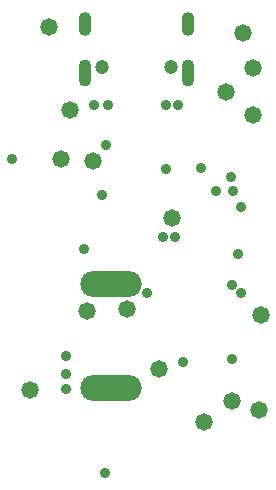
<source format=gbs>
G04*
G04 #@! TF.GenerationSoftware,Altium Limited,Altium Designer,21.7.2 (23)*
G04*
G04 Layer_Color=16711935*
%FSLAX25Y25*%
%MOIN*%
G70*
G04*
G04 #@! TF.SameCoordinates,D6489F60-8050-45FC-BC62-49AB9328694B*
G04*
G04*
G04 #@! TF.FilePolarity,Negative*
G04*
G01*
G75*
%ADD49O,0.20485X0.08674*%
%ADD50C,0.04724*%
%ADD51O,0.04331X0.09055*%
%ADD52O,0.04331X0.07874*%
%ADD53C,0.05800*%
%ADD54C,0.03556*%
D49*
X36500Y31307D02*
D03*
Y65953D02*
D03*
D50*
X33583Y138201D02*
D03*
X56417D02*
D03*
D51*
X62028Y136232D02*
D03*
X27972D02*
D03*
D52*
Y152768D02*
D03*
X62028D02*
D03*
D53*
X86000Y24000D02*
D03*
X67500Y20000D02*
D03*
X9500Y30500D02*
D03*
X52500Y37500D02*
D03*
X28500Y57000D02*
D03*
X42000Y57500D02*
D03*
X57000Y88000D02*
D03*
X30500Y107000D02*
D03*
X23000Y124000D02*
D03*
X16000Y151500D02*
D03*
X75000Y130000D02*
D03*
X84000Y138000D02*
D03*
X80500Y149500D02*
D03*
X86500Y55500D02*
D03*
X77000Y27000D02*
D03*
X20000Y107500D02*
D03*
X83716Y122216D02*
D03*
D54*
X3500Y107500D02*
D03*
X48500Y63000D02*
D03*
X21500Y36000D02*
D03*
Y42000D02*
D03*
Y31000D02*
D03*
X80000Y91500D02*
D03*
X59000Y125594D02*
D03*
X60500Y40000D02*
D03*
X77000Y41000D02*
D03*
X34839Y112396D02*
D03*
X54839Y104396D02*
D03*
X66500Y104500D02*
D03*
X76500Y101500D02*
D03*
X79000Y76000D02*
D03*
X34500Y3000D02*
D03*
X71500Y97000D02*
D03*
X77237Y96845D02*
D03*
X77000Y65500D02*
D03*
X80000Y63000D02*
D03*
X54000Y81500D02*
D03*
X58000D02*
D03*
X27500Y77500D02*
D03*
X33500Y95500D02*
D03*
X55000Y125500D02*
D03*
X31000D02*
D03*
X35500D02*
D03*
M02*

</source>
